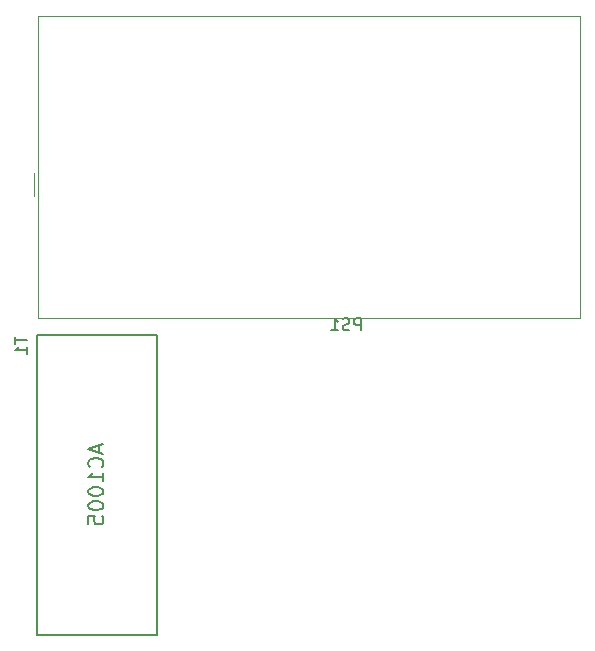
<source format=gbr>
%TF.GenerationSoftware,KiCad,Pcbnew,(5.1.10)-1*%
%TF.CreationDate,2022-05-21T15:35:01-04:00*%
%TF.ProjectId,Tool_Sensor,546f6f6c-5f53-4656-9e73-6f722e6b6963,rev?*%
%TF.SameCoordinates,Original*%
%TF.FileFunction,Legend,Bot*%
%TF.FilePolarity,Positive*%
%FSLAX46Y46*%
G04 Gerber Fmt 4.6, Leading zero omitted, Abs format (unit mm)*
G04 Created by KiCad (PCBNEW (5.1.10)-1) date 2022-05-21 15:35:01*
%MOMM*%
%LPD*%
G01*
G04 APERTURE LIST*
%ADD10C,0.150000*%
%ADD11C,0.120000*%
G04 APERTURE END LIST*
D10*
%TO.C,T1*%
X100330000Y-105410000D02*
X100330000Y-130810000D01*
X110490000Y-130810000D02*
X100330000Y-130810000D01*
X110490000Y-105410000D02*
X110490000Y-130810000D01*
X110490000Y-105410000D02*
X100330000Y-105410000D01*
D11*
%TO.C,PS1*%
X100140000Y-93710000D02*
X100140000Y-91710000D01*
X146340000Y-104010000D02*
X146340000Y-78410000D01*
X100440000Y-104010000D02*
X146340000Y-104010000D01*
X100440000Y-78410000D02*
X146340000Y-78410000D01*
X100440000Y-104010000D02*
X100440000Y-78410000D01*
%TO.C,T1*%
D10*
X98512380Y-105602738D02*
X98512380Y-106174166D01*
X99512380Y-105888452D02*
X98512380Y-105888452D01*
X99512380Y-107031309D02*
X99512380Y-106459880D01*
X99512380Y-106745595D02*
X98512380Y-106745595D01*
X98655238Y-106650357D01*
X98750476Y-106555119D01*
X98798095Y-106459880D01*
X105621666Y-114753571D02*
X105621666Y-115358333D01*
X105984523Y-114632619D02*
X104714523Y-115055952D01*
X105984523Y-115479285D01*
X105863571Y-116628333D02*
X105924047Y-116567857D01*
X105984523Y-116386428D01*
X105984523Y-116265476D01*
X105924047Y-116084047D01*
X105803095Y-115963095D01*
X105682142Y-115902619D01*
X105440238Y-115842142D01*
X105258809Y-115842142D01*
X105016904Y-115902619D01*
X104895952Y-115963095D01*
X104775000Y-116084047D01*
X104714523Y-116265476D01*
X104714523Y-116386428D01*
X104775000Y-116567857D01*
X104835476Y-116628333D01*
X105984523Y-117837857D02*
X105984523Y-117112142D01*
X105984523Y-117475000D02*
X104714523Y-117475000D01*
X104895952Y-117354047D01*
X105016904Y-117233095D01*
X105077380Y-117112142D01*
X104714523Y-118624047D02*
X104714523Y-118745000D01*
X104775000Y-118865952D01*
X104835476Y-118926428D01*
X104956428Y-118986904D01*
X105198333Y-119047380D01*
X105500714Y-119047380D01*
X105742619Y-118986904D01*
X105863571Y-118926428D01*
X105924047Y-118865952D01*
X105984523Y-118745000D01*
X105984523Y-118624047D01*
X105924047Y-118503095D01*
X105863571Y-118442619D01*
X105742619Y-118382142D01*
X105500714Y-118321666D01*
X105198333Y-118321666D01*
X104956428Y-118382142D01*
X104835476Y-118442619D01*
X104775000Y-118503095D01*
X104714523Y-118624047D01*
X104714523Y-119833571D02*
X104714523Y-119954523D01*
X104775000Y-120075476D01*
X104835476Y-120135952D01*
X104956428Y-120196428D01*
X105198333Y-120256904D01*
X105500714Y-120256904D01*
X105742619Y-120196428D01*
X105863571Y-120135952D01*
X105924047Y-120075476D01*
X105984523Y-119954523D01*
X105984523Y-119833571D01*
X105924047Y-119712619D01*
X105863571Y-119652142D01*
X105742619Y-119591666D01*
X105500714Y-119531190D01*
X105198333Y-119531190D01*
X104956428Y-119591666D01*
X104835476Y-119652142D01*
X104775000Y-119712619D01*
X104714523Y-119833571D01*
X104714523Y-121405952D02*
X104714523Y-120801190D01*
X105319285Y-120740714D01*
X105258809Y-120801190D01*
X105198333Y-120922142D01*
X105198333Y-121224523D01*
X105258809Y-121345476D01*
X105319285Y-121405952D01*
X105440238Y-121466428D01*
X105742619Y-121466428D01*
X105863571Y-121405952D01*
X105924047Y-121345476D01*
X105984523Y-121224523D01*
X105984523Y-120922142D01*
X105924047Y-120801190D01*
X105863571Y-120740714D01*
%TO.C,PS1*%
X127774285Y-105042380D02*
X127774285Y-104042380D01*
X127393333Y-104042380D01*
X127298095Y-104090000D01*
X127250476Y-104137619D01*
X127202857Y-104232857D01*
X127202857Y-104375714D01*
X127250476Y-104470952D01*
X127298095Y-104518571D01*
X127393333Y-104566190D01*
X127774285Y-104566190D01*
X126821904Y-104994761D02*
X126679047Y-105042380D01*
X126440952Y-105042380D01*
X126345714Y-104994761D01*
X126298095Y-104947142D01*
X126250476Y-104851904D01*
X126250476Y-104756666D01*
X126298095Y-104661428D01*
X126345714Y-104613809D01*
X126440952Y-104566190D01*
X126631428Y-104518571D01*
X126726666Y-104470952D01*
X126774285Y-104423333D01*
X126821904Y-104328095D01*
X126821904Y-104232857D01*
X126774285Y-104137619D01*
X126726666Y-104090000D01*
X126631428Y-104042380D01*
X126393333Y-104042380D01*
X126250476Y-104090000D01*
X125298095Y-105042380D02*
X125869523Y-105042380D01*
X125583809Y-105042380D02*
X125583809Y-104042380D01*
X125679047Y-104185238D01*
X125774285Y-104280476D01*
X125869523Y-104328095D01*
%TD*%
M02*

</source>
